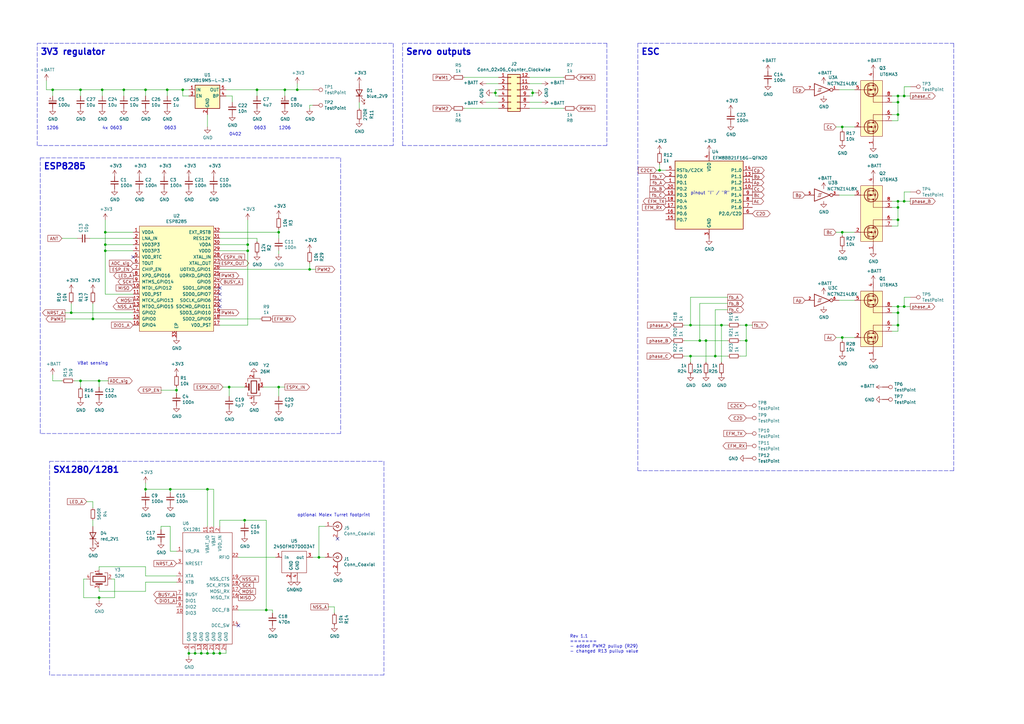
<source format=kicad_sch>
(kicad_sch (version 20211123) (generator eeschema)
  (paper "A3")
  (title_block (title "ELRS ESP8285 2G4 4xPWM + ESC 1S 5A") (date "2022-09-15") (rev "rev 1.1") (company "crteensy"))
  (junction (at 40.64 245.11))
  (junction (at 218.44 38.1))
  (junction (at 368.3 82.55))
  (junction (at 345.44 95.25))
  (junction (at 77.47 267.97))
  (junction (at 345.44 52.07))
  (junction (at 33.02 156.21))
  (junction (at 90.17 267.97))
  (junction (at 295.91 133.35))
  (junction (at 270.51 69.85))
  (junction (at 368.3 85.09))
  (junction (at 43.18 95.25))
  (junction (at 283.21 133.35))
  (junction (at 82.55 267.97))
  (junction (at 101.6 102.87))
  (junction (at 293.37 146.05))
  (junction (at 21.59 36.83))
  (junction (at 114.3 95.25))
  (junction (at 105.41 36.83))
  (junction (at 68.58 36.83))
  (junction (at 370.84 39.37))
  (junction (at 345.44 138.43))
  (junction (at 283.21 146.05))
  (junction (at 72.39 160.02))
  (junction (at 368.3 46.99))
  (junction (at 109.22 250.19))
  (junction (at 289.56 139.7))
  (junction (at 368.3 133.35))
  (junction (at 287.02 139.7))
  (junction (at 101.6 100.33))
  (junction (at 33.02 36.83))
  (junction (at 93.98 158.75))
  (junction (at 368.3 128.27))
  (junction (at 40.64 156.21))
  (junction (at 43.18 100.33))
  (junction (at 368.3 39.37))
  (junction (at 370.84 82.55))
  (junction (at 29.21 128.27))
  (junction (at 127 110.49))
  (junction (at 116.84 36.83))
  (junction (at 85.09 267.97))
  (junction (at 50.8 36.83))
  (junction (at 43.18 102.87))
  (junction (at 85.09 200.66))
  (junction (at 370.84 125.73))
  (junction (at 80.01 267.97))
  (junction (at 100.33 213.36))
  (junction (at 368.3 90.17))
  (junction (at 38.1 130.81))
  (junction (at 121.92 36.83))
  (junction (at 87.63 267.97))
  (junction (at 130.81 228.6))
  (junction (at 306.07 139.7))
  (junction (at 203.2 38.1))
  (junction (at 74.93 36.83))
  (junction (at 306.07 133.35))
  (junction (at 59.69 36.83))
  (junction (at 114.3 158.75))
  (junction (at 368.3 41.91))
  (junction (at 368.3 125.73))
  (junction (at 59.69 200.66))
  (junction (at 41.91 36.83))
  (junction (at 69.85 200.66))
  (no_connect (at 90.17 120.65))
  (no_connect (at 97.79 256.54))
  (no_connect (at 54.61 105.41))
  (no_connect (at 90.17 125.73))
  (no_connect (at 90.17 123.19))
  (no_connect (at 138.43 220.98))
  (no_connect (at 90.17 118.11))
  (wire (pts (xy 21.59 153.67) (xy 21.59 156.21)))
  (wire (pts (xy 368.3 82.55) (xy 368.3 85.09)))
  (wire (pts (xy 97.79 228.6) (xy 113.03 228.6)))
  (wire (pts (xy 21.59 36.83) (xy 19.05 36.83)))
  (polyline (pts (xy 165.1 17.78) (xy 248.92 17.78)))
  (polyline (pts (xy 15.24 17.78) (xy 161.29 17.78)))
  (polyline (pts (xy 20.32 189.23) (xy 157.48 189.23)))
  (wire (pts (xy 137.16 248.92) (xy 137.16 251.46)))
  (wire (pts (xy 368.3 39.37) (xy 368.3 41.91)))
  (wire (pts (xy 218.44 39.37) (xy 217.17 39.37)))
  (wire (pts (xy 92.71 39.37) (xy 95.25 39.37)))
  (wire (pts (xy 365.76 39.37) (xy 368.3 39.37)))
  (wire (pts (xy 298.45 124.46) (xy 287.02 124.46)))
  (wire (pts (xy 368.3 85.09) (xy 368.3 90.17)))
  (wire (pts (xy 203.2 36.83) (xy 203.2 38.1)))
  (wire (pts (xy 90.17 215.9) (xy 90.17 213.36)))
  (wire (pts (xy 59.69 39.37) (xy 59.69 36.83)))
  (wire (pts (xy 116.84 39.37) (xy 116.84 36.83)))
  (wire (pts (xy 345.44 52.07) (xy 345.44 53.34)))
  (wire (pts (xy 303.53 139.7) (xy 306.07 139.7)))
  (wire (pts (xy 130.81 215.9) (xy 133.35 215.9)))
  (wire (pts (xy 368.3 46.99) (xy 368.3 49.53)))
  (polyline (pts (xy 161.29 17.78) (xy 161.29 59.69)))
  (wire (pts (xy 87.63 200.66) (xy 85.09 200.66)))
  (wire (pts (xy 298.45 127) (xy 293.37 127)))
  (wire (pts (xy 43.18 102.87) (xy 43.18 120.65)))
  (polyline (pts (xy 165.1 59.69) (xy 165.1 17.78)))
  (wire (pts (xy 147.32 44.45) (xy 147.32 41.91)))
  (wire (pts (xy 29.21 128.27) (xy 26.67 128.27)))
  (wire (pts (xy 129.54 110.49) (xy 127 110.49)))
  (wire (pts (xy 203.2 39.37) (xy 204.47 39.37)))
  (wire (pts (xy 35.56 237.49) (xy 34.29 237.49)))
  (wire (pts (xy 289.56 148.59) (xy 289.56 139.7)))
  (wire (pts (xy 95.25 39.37) (xy 95.25 41.91)))
  (wire (pts (xy 365.76 46.99) (xy 368.3 46.99)))
  (wire (pts (xy 121.92 36.83) (xy 128.27 36.83)))
  (wire (pts (xy 66.04 215.9) (xy 66.04 217.17)))
  (polyline (pts (xy 139.7 177.8) (xy 16.51 177.8)))
  (wire (pts (xy 368.3 133.35) (xy 368.3 135.89)))
  (wire (pts (xy 127 110.49) (xy 90.17 110.49)))
  (wire (pts (xy 59.69 198.12) (xy 59.69 200.66)))
  (wire (pts (xy 59.69 232.41) (xy 40.64 232.41)))
  (wire (pts (xy 217.17 36.83) (xy 218.44 36.83)))
  (wire (pts (xy 350.52 138.43) (xy 345.44 138.43)))
  (wire (pts (xy 77.47 267.97) (xy 80.01 267.97)))
  (wire (pts (xy 33.02 36.83) (xy 21.59 36.83)))
  (wire (pts (xy 40.64 241.3) (xy 40.64 242.57)))
  (wire (pts (xy 365.76 41.91) (xy 368.3 41.91)))
  (wire (pts (xy 43.18 95.25) (xy 43.18 90.17)))
  (wire (pts (xy 68.58 36.83) (xy 74.93 36.83)))
  (wire (pts (xy 287.02 139.7) (xy 289.56 139.7)))
  (wire (pts (xy 365.76 133.35) (xy 368.3 133.35)))
  (wire (pts (xy 92.71 36.83) (xy 105.41 36.83)))
  (wire (pts (xy 287.02 124.46) (xy 287.02 139.7)))
  (wire (pts (xy 130.81 228.6) (xy 130.81 215.9)))
  (wire (pts (xy 280.67 139.7) (xy 287.02 139.7)))
  (wire (pts (xy 128.27 43.18) (xy 127 43.18)))
  (wire (pts (xy 38.1 130.81) (xy 54.61 130.81)))
  (wire (pts (xy 35.56 205.74) (xy 38.1 205.74)))
  (wire (pts (xy 111.76 250.19) (xy 111.76 251.46)))
  (wire (pts (xy 370.84 121.92) (xy 370.84 125.73)))
  (wire (pts (xy 344.17 36.83) (xy 350.52 36.83)))
  (wire (pts (xy 72.39 236.22) (xy 59.69 236.22)))
  (wire (pts (xy 306.07 133.35) (xy 306.07 139.7)))
  (wire (pts (xy 38.1 124.46) (xy 38.1 130.81)))
  (wire (pts (xy 50.8 39.37) (xy 50.8 36.83)))
  (wire (pts (xy 283.21 121.92) (xy 283.21 133.35)))
  (wire (pts (xy 289.56 139.7) (xy 298.45 139.7)))
  (wire (pts (xy 59.69 238.76) (xy 72.39 238.76)))
  (wire (pts (xy 101.6 133.35) (xy 101.6 102.87)))
  (polyline (pts (xy 391.16 193.04) (xy 261.62 193.04)))
  (wire (pts (xy 90.17 100.33) (xy 101.6 100.33)))
  (wire (pts (xy 92.71 267.97) (xy 92.71 266.7)))
  (wire (pts (xy 342.9 138.43) (xy 345.44 138.43)))
  (wire (pts (xy 68.58 36.83) (xy 59.69 36.83)))
  (wire (pts (xy 283.21 133.35) (xy 295.91 133.35)))
  (wire (pts (xy 365.76 128.27) (xy 368.3 128.27)))
  (wire (pts (xy 365.76 82.55) (xy 368.3 82.55)))
  (wire (pts (xy 127 43.18) (xy 127 44.45)))
  (wire (pts (xy 368.3 135.89) (xy 365.76 135.89)))
  (wire (pts (xy 280.67 133.35) (xy 283.21 133.35)))
  (wire (pts (xy 350.52 95.25) (xy 345.44 95.25)))
  (wire (pts (xy 114.3 162.56) (xy 114.3 158.75)))
  (wire (pts (xy 85.09 215.9) (xy 85.09 200.66)))
  (wire (pts (xy 204.47 36.83) (xy 203.2 36.83)))
  (polyline (pts (xy 391.16 17.78) (xy 391.16 193.04)))
  (wire (pts (xy 87.63 267.97) (xy 90.17 267.97)))
  (wire (pts (xy 368.3 39.37) (xy 370.84 39.37)))
  (wire (pts (xy 218.44 38.1) (xy 219.71 38.1)))
  (wire (pts (xy 46.99 237.49) (xy 46.99 245.11)))
  (wire (pts (xy 231.14 31.75) (xy 217.17 31.75)))
  (wire (pts (xy 72.39 226.06) (xy 69.85 226.06)))
  (polyline (pts (xy 261.62 17.78) (xy 391.16 17.78)))
  (wire (pts (xy 368.3 41.91) (xy 368.3 46.99)))
  (polyline (pts (xy 16.51 64.77) (xy 139.7 64.77)))
  (wire (pts (xy 270.51 69.85) (xy 273.05 69.85)))
  (wire (pts (xy 283.21 148.59) (xy 283.21 146.05)))
  (wire (pts (xy 100.33 214.63) (xy 100.33 213.36)))
  (wire (pts (xy 36.83 97.79) (xy 54.61 97.79)))
  (wire (pts (xy 87.63 215.9) (xy 87.63 200.66)))
  (wire (pts (xy 365.76 125.73) (xy 368.3 125.73)))
  (wire (pts (xy 90.17 267.97) (xy 90.17 266.7)))
  (wire (pts (xy 345.44 95.25) (xy 345.44 96.52)))
  (wire (pts (xy 90.17 213.36) (xy 100.33 213.36)))
  (wire (pts (xy 293.37 127) (xy 293.37 146.05)))
  (wire (pts (xy 87.63 267.97) (xy 87.63 266.7)))
  (wire (pts (xy 368.3 90.17) (xy 368.3 92.71)))
  (wire (pts (xy 199.39 41.91) (xy 204.47 41.91)))
  (wire (pts (xy 370.84 125.73) (xy 373.38 125.73)))
  (wire (pts (xy 101.6 102.87) (xy 101.6 100.33)))
  (wire (pts (xy 368.3 128.27) (xy 368.3 133.35)))
  (wire (pts (xy 59.69 200.66) (xy 59.69 201.93)))
  (polyline (pts (xy 248.92 17.78) (xy 248.92 59.69)))
  (wire (pts (xy 85.09 46.99) (xy 85.09 52.07)))
  (wire (pts (xy 77.47 39.37) (xy 74.93 39.37)))
  (wire (pts (xy 190.5 31.75) (xy 204.47 31.75)))
  (wire (pts (xy 72.39 161.29) (xy 72.39 160.02)))
  (wire (pts (xy 203.2 38.1) (xy 203.2 39.37)))
  (wire (pts (xy 344.17 80.01) (xy 350.52 80.01)))
  (wire (pts (xy 54.61 102.87) (xy 43.18 102.87)))
  (wire (pts (xy 306.07 133.35) (xy 308.61 133.35)))
  (wire (pts (xy 303.53 133.35) (xy 306.07 133.35)))
  (wire (pts (xy 40.64 245.11) (xy 40.64 246.38)))
  (wire (pts (xy 134.62 248.92) (xy 137.16 248.92)))
  (wire (pts (xy 293.37 146.05) (xy 298.45 146.05)))
  (wire (pts (xy 270.51 67.31) (xy 270.51 69.85)))
  (wire (pts (xy 69.85 226.06) (xy 69.85 215.9)))
  (wire (pts (xy 77.47 267.97) (xy 77.47 269.24)))
  (wire (pts (xy 43.18 120.65) (xy 54.61 120.65)))
  (wire (pts (xy 269.24 69.85) (xy 270.51 69.85)))
  (wire (pts (xy 40.64 245.11) (xy 46.99 245.11)))
  (wire (pts (xy 77.47 266.7) (xy 77.47 267.97)))
  (wire (pts (xy 370.84 39.37) (xy 373.38 39.37)))
  (wire (pts (xy 77.47 36.83) (xy 74.93 36.83)))
  (wire (pts (xy 34.29 237.49) (xy 34.29 245.11)))
  (wire (pts (xy 121.92 36.83) (xy 121.92 34.29)))
  (polyline (pts (xy 16.51 177.8) (xy 16.51 64.77)))
  (wire (pts (xy 204.47 44.45) (xy 190.5 44.45)))
  (wire (pts (xy 69.85 200.66) (xy 59.69 200.66)))
  (polyline (pts (xy 15.24 59.69) (xy 15.24 17.78)))
  (wire (pts (xy 368.3 82.55) (xy 370.84 82.55)))
  (wire (pts (xy 69.85 215.9) (xy 66.04 215.9)))
  (wire (pts (xy 40.64 156.21) (xy 40.64 158.75)))
  (wire (pts (xy 93.98 158.75) (xy 100.33 158.75)))
  (wire (pts (xy 21.59 39.37) (xy 21.59 36.83)))
  (wire (pts (xy 370.84 35.56) (xy 370.84 39.37)))
  (polyline (pts (xy 161.29 59.69) (xy 15.24 59.69)))
  (wire (pts (xy 68.58 39.37) (xy 68.58 36.83)))
  (wire (pts (xy 85.09 267.97) (xy 87.63 267.97)))
  (wire (pts (xy 114.3 95.25) (xy 114.3 97.79)))
  (wire (pts (xy 222.25 34.29) (xy 217.17 34.29)))
  (wire (pts (xy 85.09 200.66) (xy 69.85 200.66)))
  (wire (pts (xy 82.55 267.97) (xy 82.55 266.7)))
  (wire (pts (xy 59.69 236.22) (xy 59.69 232.41)))
  (wire (pts (xy 90.17 97.79) (xy 105.41 97.79)))
  (wire (pts (xy 90.17 95.25) (xy 114.3 95.25)))
  (wire (pts (xy 370.84 78.74) (xy 370.84 82.55)))
  (wire (pts (xy 90.17 130.81) (xy 106.68 130.81)))
  (wire (pts (xy 43.18 102.87) (xy 43.18 100.33)))
  (wire (pts (xy 350.52 52.07) (xy 345.44 52.07)))
  (wire (pts (xy 69.85 200.66) (xy 69.85 201.93)))
  (wire (pts (xy 365.76 90.17) (xy 368.3 90.17)))
  (wire (pts (xy 90.17 133.35) (xy 101.6 133.35)))
  (wire (pts (xy 373.38 78.74) (xy 370.84 78.74)))
  (wire (pts (xy 21.59 156.21) (xy 25.4 156.21)))
  (wire (pts (xy 130.81 228.6) (xy 133.35 228.6)))
  (wire (pts (xy 218.44 38.1) (xy 218.44 39.37)))
  (wire (pts (xy 295.91 148.59) (xy 295.91 133.35)))
  (wire (pts (xy 80.01 267.97) (xy 82.55 267.97)))
  (wire (pts (xy 38.1 205.74) (xy 38.1 208.28)))
  (wire (pts (xy 116.84 36.83) (xy 121.92 36.83)))
  (wire (pts (xy 105.41 39.37) (xy 105.41 36.83)))
  (wire (pts (xy 342.9 52.07) (xy 345.44 52.07)))
  (wire (pts (xy 72.39 160.02) (xy 66.04 160.02)))
  (wire (pts (xy 41.91 39.37) (xy 41.91 36.83)))
  (wire (pts (xy 368.3 125.73) (xy 368.3 128.27)))
  (wire (pts (xy 100.33 213.36) (xy 109.22 213.36)))
  (wire (pts (xy 218.44 36.83) (xy 218.44 38.1)))
  (wire (pts (xy 33.02 39.37) (xy 33.02 36.83)))
  (wire (pts (xy 114.3 102.87) (xy 114.3 104.14)))
  (wire (pts (xy 295.91 133.35) (xy 298.45 133.35)))
  (wire (pts (xy 127 107.95) (xy 127 110.49)))
  (wire (pts (xy 80.01 267.97) (xy 80.01 266.7)))
  (wire (pts (xy 33.02 156.21) (xy 33.02 158.75)))
  (polyline (pts (xy 248.92 59.69) (xy 165.1 59.69)))
  (wire (pts (xy 283.21 146.05) (xy 293.37 146.05)))
  (wire (pts (xy 19.05 36.83) (xy 19.05 33.02)))
  (wire (pts (xy 26.67 130.81) (xy 38.1 130.81)))
  (wire (pts (xy 40.64 242.57) (xy 59.69 242.57)))
  (wire (pts (xy 50.8 36.83) (xy 41.91 36.83)))
  (polyline (pts (xy 261.62 17.78) (xy 261.62 193.04)))
  (wire (pts (xy 222.25 41.91) (xy 217.17 41.91)))
  (wire (pts (xy 306.07 146.05) (xy 303.53 146.05)))
  (wire (pts (xy 33.02 156.21) (xy 40.64 156.21)))
  (wire (pts (xy 105.41 97.79) (xy 105.41 99.06)))
  (wire (pts (xy 90.17 102.87) (xy 101.6 102.87)))
  (wire (pts (xy 368.3 49.53) (xy 365.76 49.53)))
  (polyline (pts (xy 157.48 189.23) (xy 157.48 276.86)))
  (wire (pts (xy 54.61 95.25) (xy 43.18 95.25)))
  (wire (pts (xy 43.18 100.33) (xy 43.18 95.25)))
  (wire (pts (xy 105.41 36.83) (xy 116.84 36.83)))
  (wire (pts (xy 38.1 215.9) (xy 38.1 213.36)))
  (wire (pts (xy 40.64 156.21) (xy 44.45 156.21)))
  (wire (pts (xy 93.98 162.56) (xy 93.98 158.75)))
  (wire (pts (xy 85.09 267.97) (xy 85.09 266.7)))
  (wire (pts (xy 101.6 100.33) (xy 101.6 90.17)))
  (wire (pts (xy 109.22 250.19) (xy 111.76 250.19)))
  (wire (pts (xy 114.3 158.75) (xy 116.84 158.75)))
  (wire (pts (xy 306.07 139.7) (xy 306.07 146.05)))
  (wire (pts (xy 25.4 97.79) (xy 31.75 97.79)))
  (wire (pts (xy 82.55 267.97) (xy 85.09 267.97)))
  (wire (pts (xy 373.38 121.92) (xy 370.84 121.92)))
  (wire (pts (xy 368.3 125.73) (xy 370.84 125.73)))
  (wire (pts (xy 368.3 92.71) (xy 365.76 92.71)))
  (polyline (pts (xy 139.7 64.77) (xy 139.7 177.8)))
  (wire (pts (xy 90.17 267.97) (xy 92.71 267.97)))
  (wire (pts (xy 217.17 44.45) (xy 231.14 44.45)))
  (wire (pts (xy 109.22 213.36) (xy 109.22 250.19)))
  (wire (pts (xy 114.3 95.25) (xy 114.3 93.98)))
  (wire (pts (xy 345.44 138.43) (xy 345.44 139.7)))
  (wire (pts (xy 72.39 160.02) (xy 72.39 158.75)))
  (wire (pts (xy 97.79 250.19) (xy 109.22 250.19)))
  (wire (pts (xy 74.93 39.37) (xy 74.93 36.83)))
  (wire (pts (xy 128.27 228.6) (xy 130.81 228.6)))
  (wire (pts (xy 107.95 158.75) (xy 114.3 158.75)))
  (wire (pts (xy 45.72 237.49) (xy 46.99 237.49)))
  (wire (pts (xy 91.44 158.75) (xy 93.98 158.75)))
  (wire (pts (xy 370.84 82.55) (xy 373.38 82.55)))
  (polyline (pts (xy 157.48 276.86) (xy 20.32 276.86)))
  (wire (pts (xy 34.29 245.11) (xy 40.64 245.11)))
  (wire (pts (xy 298.45 121.92) (xy 283.21 121.92)))
  (wire (pts (xy 203.2 38.1) (xy 201.93 38.1)))
  (wire (pts (xy 280.67 146.05) (xy 283.21 146.05)))
  (wire (pts (xy 59.69 36.83) (xy 50.8 36.83)))
  (wire (pts (xy 342.9 95.25) (xy 345.44 95.25)))
  (wire (pts (xy 54.61 100.33) (xy 43.18 100.33)))
  (wire (pts (xy 59.69 242.57) (xy 59.69 238.76)))
  (polyline (pts (xy 20.32 276.86) (xy 20.32 189.23)))
  (wire (pts (xy 40.64 232.41) (xy 40.64 233.68)))
  (wire (pts (xy 29.21 128.27) (xy 54.61 128.27)))
  (wire (pts (xy 41.91 36.83) (xy 33.02 36.83)))
  (wire (pts (xy 365.76 85.09) (xy 368.3 85.09)))
  (wire (pts (xy 29.21 124.46) (xy 29.21 128.27)))
  (wire (pts (xy 373.38 35.56) (xy 370.84 35.56)))
  (wire (pts (xy 30.48 156.21) (xy 33.02 156.21)))
  (wire (pts (xy 199.39 34.29) (xy 204.47 34.29)))
  (wire (pts (xy 344.17 123.19) (xy 350.52 123.19)))
  (text "Rev 1.1\n=======\n- added PWM2 pullup (R29)\n- changed R13 pullup value" (at 233.68 267.97 0) (effects (font (size 1.27 1.27)) (justify left bottom)))
  (text "optional Molex Turret footprint" (at 121.92 212.09 0) (effects (font (size 1.27 1.27)) (justify left bottom)))
  (text "1206" (at 114.3 53.34 0) (effects (font (size 1.27 1.27)) (justify left bottom)))
  (text "3V3 regulator" (at 16.51 22.86 0) (effects (font (size 2.54 2.54) (thickness 0.508) bold) (justify left bottom)))
  (text "ESP8285" (at 17.78 69.85 0) (effects (font (size 2.54 2.54) (thickness 0.508) bold) (justify left bottom)))
  (text "1206" (at 19.05 53.34 0) (effects (font (size 1.27 1.27)) (justify left bottom)))
  (text "0603" (at 104.14 53.34 0) (effects (font (size 1.27 1.27)) (justify left bottom)))
  (text "pinout \"I\" / \"R\"" (at 283.21 80.01 0) (effects (font (size 1.27 1.27)) (justify left bottom)))
  (text "0603" (at 67.31 53.34 0) (effects (font (size 1.27 1.27)) (justify left bottom)))
  (text "SX1280/1281" (at 21.59 194.31 0) (effects (font (size 2.54 2.54) (thickness 0.508) bold) (justify left bottom)))
  (text "0402" (at 93.98 55.88 0) (effects (font (size 1.27 1.27)) (justify left bottom)))
  (text "VBat sensing" (at 31.75 149.86 0) (effects (font (size 1.27 1.27)) (justify left bottom)))
  (text "ESC" (at 262.89 22.86 0) (effects (font (size 2.54 2.54) (thickness 0.508) bold) (justify left bottom)))
  (text "4x 0603" (at 41.91 53.34 0) (effects (font (size 1.27 1.27)) (justify left bottom)))
  (text "Servo outputs" (at 166.37 22.86 0) (effects (font (size 2.54 2.54) (thickness 0.508) bold) (justify left bottom)))
  (global_label "EFM_RX" (shape output) (at 111.76 130.81 0) (property "Intersheet References" "${INTERSHEET_REFS}" (effects hide)))
  (global_label "DIO1_A" (shape output) (at 72.39 246.38 180) (property "Intersheet References" "${INTERSHEET_REFS}" (effects hide)))
  (global_label "PWM1" (shape input) (at 185.42 31.75 180) (property "Intersheet References" "${INTERSHEET_REFS}" (effects hide)))
  (global_label "PWM1" (shape output) (at 26.67 130.81 180) (property "Intersheet References" "${INTERSHEET_REFS}" (effects hide)))
  (global_label "Cc" (shape input) (at 342.9 52.07 180) (property "Intersheet References" "${INTERSHEET_REFS}" (effects hide)))
  (global_label "Cc" (shape output) (at 308.61 77.47 0) (property "Intersheet References" "${INTERSHEET_REFS}" (effects hide)))
  (global_label "phase_C" (shape output) (at 373.38 39.37 0) (property "Intersheet References" "${INTERSHEET_REFS}" (effects hide)))
  (global_label "phase_C" (shape input) (at 275.59 146.05 180) (property "Intersheet References" "${INTERSHEET_REFS}" (effects hide)))
  (global_label "ANT" (shape input) (at 25.4 97.79 180) (property "Intersheet References" "${INTERSHEET_REFS}" (effects hide)))
  (global_label "ESPX_OUT" (shape output) (at 90.17 107.95 0) (property "Intersheet References" "${INTERSHEET_REFS}" (effects hide)))
  (global_label "C2CK" (shape input) (at 269.24 69.85 180) (property "Intersheet References" "${INTERSHEET_REFS}" (effects hide)))
  (global_label "ESP_EN" (shape input) (at 54.61 110.49 180) (property "Intersheet References" "${INTERSHEET_REFS}" (effects hide)))
  (global_label "PWM4" (shape input) (at 236.22 44.45 0) (property "Intersheet References" "${INTERSHEET_REFS}" (effects hide)))
  (global_label "DIO1_A" (shape input) (at 54.61 133.35 180) (property "Intersheet References" "${INTERSHEET_REFS}" (effects hide)))
  (global_label "fb_Y" (shape output) (at 308.61 133.35 0) (property "Intersheet References" "${INTERSHEET_REFS}" (effects hide)))
  (global_label "C2CK" (shape input) (at 306.07 166.37 180) (property "Intersheet References" "${INTERSHEET_REFS}" (effects hide)))
  (global_label "MOSI" (shape output) (at 54.61 123.19 180) (property "Intersheet References" "${INTERSHEET_REFS}" (effects hide)))
  (global_label "MOSI" (shape input) (at 97.79 242.57 0) (property "Intersheet References" "${INTERSHEET_REFS}" (effects hide)))
  (global_label "phase_B" (shape output) (at 373.38 82.55 0) (property "Intersheet References" "${INTERSHEET_REFS}" (effects hide)))
  (global_label "Bp" (shape input) (at 330.2 80.01 180) (property "Intersheet References" "${INTERSHEET_REFS}" (effects hide)))
  (global_label "phase_A" (shape output) (at 373.38 125.73 0) (property "Intersheet References" "${INTERSHEET_REFS}" (effects hide)))
  (global_label "NSS_A" (shape input) (at 97.79 237.49 0) (property "Intersheet References" "${INTERSHEET_REFS}" (effects hide)))
  (global_label "Ap" (shape input) (at 330.2 123.19 180) (property "Intersheet References" "${INTERSHEET_REFS}" (effects hide)))
  (global_label "Bc" (shape output) (at 308.61 80.01 0) (property "Intersheet References" "${INTERSHEET_REFS}" (effects hide)))
  (global_label "ESPX_IN" (shape output) (at 116.84 158.75 0) (property "Intersheet References" "${INTERSHEET_REFS}" (effects hide)))
  (global_label "fb_B" (shape input) (at 273.05 77.47 180) (property "Intersheet References" "${INTERSHEET_REFS}" (effects hide)))
  (global_label "EFM_TX" (shape input) (at 306.07 177.8 180) (property "Intersheet References" "${INTERSHEET_REFS}" (effects hide)))
  (global_label "ESPX_OUT" (shape input) (at 91.44 158.75 180) (property "Intersheet References" "${INTERSHEET_REFS}" (effects hide)))
  (global_label "Ac" (shape input) (at 342.9 138.43 180) (property "Intersheet References" "${INTERSHEET_REFS}" (effects hide)))
  (global_label "NRST_A" (shape output) (at 26.67 128.27 180) (property "Intersheet References" "${INTERSHEET_REFS}" (effects hide)))
  (global_label "BUSY_A" (shape input) (at 90.17 115.57 0) (property "Intersheet References" "${INTERSHEET_REFS}" (effects hide)))
  (global_label "EFM_RX" (shape input) (at 273.05 85.09 180) (property "Intersheet References" "${INTERSHEET_REFS}" (effects hide)))
  (global_label "LED_A" (shape input) (at 35.56 205.74 180) (property "Intersheet References" "${INTERSHEET_REFS}" (effects hide)))
  (global_label "PWM4" (shape output) (at 90.17 128.27 0) (property "Intersheet References" "${INTERSHEET_REFS}" (effects hide)))
  (global_label "fb_C" (shape output) (at 298.45 127 0) (property "Intersheet References" "${INTERSHEET_REFS}" (effects hide)))
  (global_label "PWM2" (shape output) (at 129.54 110.49 0) (property "Intersheet References" "${INTERSHEET_REFS}" (effects hide)))
  (global_label "fb_B" (shape output) (at 298.45 124.46 0) (property "Intersheet References" "${INTERSHEET_REFS}" (effects hide)))
  (global_label "PWM2" (shape input) (at 185.42 44.45 180) (property "Intersheet References" "${INTERSHEET_REFS}" (effects hide)))
  (global_label "C2D" (shape bidirectional) (at 306.07 171.45 180) (property "Intersheet References" "${INTERSHEET_REFS}" (effects hide)))
  (global_label "phase_B" (shape input) (at 275.59 139.7 180) (property "Intersheet References" "${INTERSHEET_REFS}" (effects hide)))
  (global_label "EFM_RX" (shape output) (at 306.07 182.88 180) (property "Intersheet References" "${INTERSHEET_REFS}" (effects hide)))
  (global_label "PWM3" (shape output) (at 90.17 113.03 0) (property "Intersheet References" "${INTERSHEET_REFS}" (effects hide)))
  (global_label "NSS_A" (shape passive) (at 134.62 248.92 180) (property "Intersheet References" "${INTERSHEET_REFS}" (effects hide)))
  (global_label "Bp" (shape output) (at 308.61 72.39 0) (property "Intersheet References" "${INTERSHEET_REFS}" (effects hide)))
  (global_label "NRST_A" (shape input) (at 72.39 231.14 180) (property "Intersheet References" "${INTERSHEET_REFS}" (effects hide)))
  (global_label "NSS_A" (shape output) (at 54.61 125.73 180) (property "Intersheet References" "${INTERSHEET_REFS}" (effects hide)))
  (global_label "MISO" (shape input) (at 54.61 118.11 180) (property "Intersheet References" "${INTERSHEET_REFS}" (effects hide)))
  (global_label "Ap" (shape output) (at 308.61 74.93 0) (property "Intersheet References" "${INTERSHEET_REFS}" (effects hide)))
  (global_label "fb_A" (shape input) (at 273.05 74.93 180) (property "Intersheet References" "${INTERSHEET_REFS}" (effects hide)))
  (global_label "SCK" (shape output) (at 54.61 115.57 180) (property "Intersheet References" "${INTERSHEET_REFS}" (effects hide)))
  (global_label "Ac" (shape output) (at 308.61 82.55 0) (property "Intersheet References" "${INTERSHEET_REFS}" (effects hide)))
  (global_label "SCK" (shape input) (at 97.79 240.03 0) (property "Intersheet References" "${INTERSHEET_REFS}" (effects hide)))
  (global_label "ESP_EN" (shape output) (at 66.04 160.02 180) (property "Intersheet References" "${INTERSHEET_REFS}" (effects hide)))
  (global_label "BUSY_A" (shape output) (at 72.39 243.84 180) (property "Intersheet References" "${INTERSHEET_REFS}" (effects hide)))
  (global_label "ESPX_IN" (shape input) (at 90.17 105.41 0) (property "Intersheet References" "${INTERSHEET_REFS}" (effects hide)))
  (global_label "C2D" (shape bidirectional) (at 308.61 87.63 0) (property "Intersheet References" "${INTERSHEET_REFS}" (effects hide)))
  (global_label "LED_A" (shape output) (at 54.61 113.03 180) (property "Intersheet References" "${INTERSHEET_REFS}" (effects hide)))
  (global_label "fb_Y" (shape input) (at 273.05 72.39 180) (property "Intersheet References" "${INTERSHEET_REFS}" (effects hide)))
  (global_label "EFM_TX" (shape output) (at 273.05 82.55 180) (property "Intersheet References" "${INTERSHEET_REFS}" (effects hide)))
  (global_label "ADC_sig" (shape output) (at 44.45 156.21 0) (property "Intersheet References" "${INTERSHEET_REFS}" (effects hide)))
  (global_label "phase_A" (shape input) (at 275.59 133.35 180) (property "Intersheet References" "${INTERSHEET_REFS}" (effects hide)))
  (global_label "ADC_sig" (shape input) (at 54.61 107.95 180) (property "Intersheet References" "${INTERSHEET_REFS}" (effects hide)))
  (global_label "Bc" (shape input) (at 342.9 95.25 180) (property "Intersheet References" "${INTERSHEET_REFS}" (effects hide)))
  (global_label "MISO" (shape output) (at 97.79 245.11 0) (property "Intersheet References" "${INTERSHEET_REFS}" (effects hide)))
  (global_label "PWM3" (shape input) (at 236.22 31.75 0) (property "Intersheet References" "${INTERSHEET_REFS}" (effects hide)))
  (global_label "fb_A" (shape output) (at 298.45 121.92 0) (property "Intersheet References" "${INTERSHEET_REFS}" (effects hide)))
  (global_label "Cp" (shape input) (at 330.2 36.83 180) (property "Intersheet References" "${INTERSHEET_REFS}" (effects hide)))
  (global_label "fb_C" (shape input) (at 273.05 80.01 180) (property "Intersheet References" "${INTERSHEET_REFS}" (effects hide)))
  (global_label "Cp" (shape output) (at 308.61 69.85 0) (property "Intersheet References" "${INTERSHEET_REFS}" (effects hide)))
  (symbol (lib_id "power:+3V3") (at 46.99 72.39 0) (unit 1)
    (property "Reference" "#PWR0102" (effects hide))
    (property "Value" "+3V3" (at 47.371 67.9958 0))
  )
  (symbol (lib_id "power:+3V3") (at 121.92 34.29 0) (unit 1)
    (property "Reference" "#PWR0105" (effects hide))
    (property "Value" "+3V3" (at 122.301 29.8958 0))
  )
  (symbol (lib_id "Device:C_Small") (at 46.99 74.93 0) (unit 1)
    (property "Reference" "C1" (at 49.3268 73.7616 0) (effects (justify left)))
    (property "Value" "100n" (at 49.3268 76.073 0) (effects (justify left)))
    (property "Footprint" "Capacitor_SMD:C_0402_1005Metric" (effects hide))
  )
  (symbol (lib_id "Device:C_Small") (at 57.15 74.93 0) (unit 1)
    (property "Reference" "C2" (at 59.4868 73.7616 0) (effects (justify left)))
    (property "Value" "100n" (at 59.4868 76.073 0) (effects (justify left)))
    (property "Footprint" "Capacitor_SMD:C_0402_1005Metric" (effects hide))
  )
  (symbol (lib_id "Device:C_Small") (at 67.31 74.93 0) (unit 1)
    (property "Reference" "C3" (at 69.6468 73.7616 0) (effects (justify left)))
    (property "Value" "100n" (at 69.6468 76.073 0) (effects (justify left)))
    (property "Footprint" "Capacitor_SMD:C_0402_1005Metric" (effects hide))
  )
  (symbol (lib_id "power:+3V3") (at 57.15 72.39 0) (unit 1)
    (property "Reference" "#PWR0108" (effects hide))
    (property "Value" "+3V3" (at 57.531 67.9958 0))
  )
  (symbol (lib_id "power:+3V3") (at 67.31 72.39 0) (unit 1)
    (property "Reference" "#PWR0109" (effects hide))
    (property "Value" "+3V3" (at 67.691 67.9958 0))
  )
  (symbol (lib_id "power:GND") (at 46.99 77.47 0) (unit 1)
    (property "Reference" "#PWR0110" (effects hide))
    (property "Value" "GND" (at 47.117 81.8642 0))
  )
  (symbol (lib_id "power:GND") (at 57.15 77.47 0) (unit 1)
    (property "Reference" "#PWR0111" (effects hide))
    (property "Value" "GND" (at 57.277 81.8642 0))
  )
  (symbol (lib_id "power:GND") (at 67.31 77.47 0) (unit 1)
    (property "Reference" "#PWR0112" (effects hide))
    (property "Value" "GND" (at 67.437 81.8642 0))
  )
  (symbol (lib_id "power:GND") (at 85.09 52.07 0) (unit 1)
    (property "Reference" "#PWR0113" (effects hide))
    (property "Value" "GND" (at 85.217 56.4642 0))
  )
  (symbol (lib_id "symbols:SX1280") (at 85.09 241.3 0) (unit 1)
    (property "Reference" "U6" (at 76.2 214.63 0))
    (property "Value" "SX1281" (at 78.74 217.17 0))
    (property "Footprint" "ELRS_ESP8285_dual:QFN-24-1EP_4x4mm_P0.5mm_EP2.6x2.6mm_SX1280_dense" (effects hide))
  )
  (symbol (lib_id "Connector:Conn_Coaxial") (at 138.43 228.6 0) (unit 1)
    (property "Reference" "J1" (at 140.97 229.235 0) (effects (justify left)))
    (property "Value" "Conn_Coaxial" (at 140.97 231.5464 0) (effects (justify left)))
    (property "Footprint" "ELRS_ESP8285_dual:U.FL_Molex_MCRF_73412-0110_Vertical_dense" (effects hide))
    (property "Datasheet" " ~" (effects hide))
  )
  (symbol (lib_id "symbols:2450FM07D0034T") (at 120.65 231.14 0) (unit 1)
    (property "Reference" "U5" (at 120.65 221.869 0))
    (property "Value" "2450FM07D0034T" (at 120.65 224.1804 0))
    (property "Footprint" "ELRS_ESP8285_dual:2450FM07D0034T" (effects hide))
  )
  (symbol (lib_id "Device:Crystal_GND24") (at 40.64 237.49 270) (unit 1)
    (property "Reference" "Y3" (at 46.99 233.68 90) (effects (justify left)))
    (property "Value" "52M" (at 46.99 236.22 90) (effects (justify left)))
    (property "Footprint" "Crystal:Crystal_SMD_2016-4Pin_2.0x1.6mm" (effects hide))
  )
  (symbol (lib_id "power:GND") (at 138.43 233.68 0) (unit 1)
    (property "Reference" "#PWR0103" (effects hide))
    (property "Value" "GND" (at 138.557 238.0742 0))
  )
  (symbol (lib_id "Device:C_Small") (at 66.04 219.71 0) (mirror y) (unit 1)
    (property "Reference" "C17" (at 63.7032 218.5416 0) (effects (justify left)))
    (property "Value" "10n" (at 63.7032 220.853 0) (effects (justify left)))
    (property "Footprint" "Capacitor_SMD:C_0402_1005Metric" (effects hide))
  )
  (symbol (lib_id "Device:C_Small") (at 111.76 254 0) (unit 1)
    (property "Reference" "C18" (at 114.0968 252.8316 0) (effects (justify left)))
    (property "Value" "470n" (at 114.0968 255.143 0) (effects (justify left)))
    (property "Footprint" "Capacitor_SMD:C_0402_1005Metric" (effects hide))
  )
  (symbol (lib_id "Device:C_Small") (at 59.69 204.47 0) (unit 1)
    (property "Reference" "C9" (at 62.0268 203.3016 0) (effects (justify left)))
    (property "Value" "100n" (at 62.0268 205.613 0) (effects (justify left)))
    (property "Footprint" "Capacitor_SMD:C_0402_1005Metric" (effects hide))
  )
  (symbol (lib_id "power:GND") (at 40.64 246.38 0) (unit 1)
    (property "Reference" "#PWR0104" (effects hide))
    (property "Value" "GND" (at 40.767 250.7742 0))
  )
  (symbol (lib_id "power:GND") (at 77.47 269.24 0) (unit 1)
    (property "Reference" "#PWR0106" (effects hide))
    (property "Value" "GND" (at 77.597 273.6342 0))
  )
  (symbol (lib_id "power:GND") (at 66.04 222.25 0) (unit 1)
    (property "Reference" "#PWR0107" (effects hide))
    (property "Value" "GND" (at 66.167 226.6442 0))
  )
  (symbol (lib_id "power:GND") (at 111.76 256.54 0) (unit 1)
    (property "Reference" "#PWR0114" (effects hide))
    (property "Value" "GND" (at 111.887 260.9342 0))
  )
  (symbol (lib_id "Device:C_Small") (at 100.33 217.17 0) (unit 1)
    (property "Reference" "C16" (at 102.6668 216.0016 0) (effects (justify left)))
    (property "Value" "10n" (at 102.6668 218.313 0) (effects (justify left)))
    (property "Footprint" "Capacitor_SMD:C_0402_1005Metric" (effects hide))
  )
  (symbol (lib_id "power:GND") (at 100.33 219.71 0) (unit 1)
    (property "Reference" "#PWR0115" (effects hide))
    (property "Value" "GND" (at 100.457 224.1042 0))
  )
  (symbol (lib_id "Device:C_Small") (at 69.85 204.47 0) (unit 1)
    (property "Reference" "C15" (at 72.1868 203.3016 0) (effects (justify left)))
    (property "Value" "100n" (at 72.1868 205.613 0) (effects (justify left)))
    (property "Footprint" "Capacitor_SMD:C_0402_1005Metric" (effects hide))
  )
  (symbol (lib_id "power:GND") (at 69.85 207.01 0) (unit 1)
    (property "Reference" "#PWR0116" (effects hide))
    (property "Value" "GND" (at 69.977 211.4042 0))
  )
  (symbol (lib_id "power:GND") (at 59.69 207.01 0) (unit 1)
    (property "Reference" "#PWR0117" (effects hide))
    (property "Value" "GND" (at 59.817 211.4042 0))
  )
  (symbol (lib_id "power:GND") (at 121.92 237.49 0) (unit 1)
    (property "Reference" "#PWR0118" (effects hide))
    (property "Value" "GND" (at 122.047 241.8842 0))
  )
  (symbol (lib_id "power:GND") (at 119.38 237.49 0) (unit 1)
    (property "Reference" "#PWR0119" (effects hide))
    (property "Value" "GND" (at 119.507 241.8842 0))
  )
  (symbol (lib_id "power:+3V3") (at 59.69 198.12 0) (unit 1)
    (property "Reference" "#PWR0120" (effects hide))
    (property "Value" "+3V3" (at 60.071 193.7258 0))
  )
  (symbol (lib_id "symbols:ESP8285") (at 72.39 114.3 0) (unit 1)
    (property "Reference" "U2" (at 72.39 88.519 0))
    (property "Value" "ESP8285" (at 72.39 90.8304 0))
    (property "Footprint" "ELRS_ESP8285_PWM5:QFN-32-1EP_5x5mm_P0.5mm_EP3.7x3.7mm_dense" (effects hide))
  )
  (symbol (lib_id "power:+3V3") (at 101.6 90.17 0) (unit 1)
    (property "Reference" "#PWR0121" (effects hide))
    (property "Value" "+3V3" (at 101.981 85.7758 0))
  )
  (symbol (lib_id "power:+3V3") (at 43.18 90.17 0) (unit 1)
    (property "Reference" "#PWR0123" (effects hide))
    (property "Value" "+3V3" (at 43.561 85.7758 0))
  )
  (symbol (lib_id "ELRS_Rx_4PWM_ESC_1S-rescue:CP_Small-Device") (at 21.59 41.91 0) (unit 1)
    (property "Reference" "C5" (at 23.8252 40.7416 0) (effects (justify left)))
    (property "Value" "100u" (at 23.8252 43.053 0) (effects (justify left)))
    (property "Footprint" "Capacitor_Tantalum_SMD:CP_EIA-3216-18_Kemet-A" (effects hide))
  )
  (symbol (lib_id "ELRS_Rx_4PWM_ESC_1S-rescue:CP_Small-Device") (at 116.84 41.91 0) (unit 1)
    (property "Reference" "C8" (at 119.0752 40.7416 0) (effects (justify left)))
    (property "Value" "100u" (at 119.0752 43.053 0) (effects (justify left)))
    (property "Footprint" "Capacitor_Tantalum_SMD:CP_EIA-3216-18_Kemet-A" (effects hide))
  )
  (symbol (lib_id "Device:C_Small") (at 68.58 41.91 0) (unit 1)
    (property "Reference" "C6" (at 70.9168 40.7416 0) (effects (justify left)))
    (property "Value" "1u" (at 70.9168 43.053 0) (effects (justify left)))
    (property "Footprint" "Capacitor_SMD:C_0603_1608Metric" (effects hide))
  )
  (symbol (lib_id "Device:C_Small") (at 105.41 41.91 0) (unit 1)
    (property "Reference" "C7" (at 107.7468 40.7416 0) (effects (justify left)))
    (property "Value" "4u7" (at 107.7468 43.053 0) (effects (justify left)))
    (property "Footprint" "Capacitor_SMD:C_0603_1608Metric" (effects hide))
  )
  (symbol (lib_id "power:GND") (at 21.59 44.45 0) (unit 1)
    (property "Reference" "#PWR0129" (effects hide))
    (property "Value" "GND" (at 21.717 48.8442 0))
  )
  (symbol (lib_id "power:GND") (at 68.58 44.45 0) (unit 1)
    (property "Reference" "#PWR0130" (effects hide))
    (property "Value" "GND" (at 68.707 48.8442 0))
  )
  (symbol (lib_id "power:GND") (at 105.41 44.45 0) (unit 1)
    (property "Reference" "#PWR0131" (effects hide))
    (property "Value" "GND" (at 105.537 48.8442 0))
  )
  (symbol (lib_id "power:GND") (at 116.84 44.45 0) (unit 1)
    (property "Reference" "#PWR0132" (effects hide))
    (property "Value" "GND" (at 116.967 48.8442 0))
  )
  (symbol (lib_id "Device:R_Small") (at 72.39 156.21 180) (unit 1)
    (property "Reference" "R1" (at 73.8886 155.0416 0) (effects (justify right)))
    (property "Value" "10k" (at 73.8886 157.353 0) (effects (justify right)))
    (property "Footprint" "Resistor_SMD:R_0402_1005Metric" (effects hide))
  )
  (symbol (lib_id "Device:C_Small") (at 72.39 163.83 0) (unit 1)
    (property "Reference" "C4" (at 74.7268 162.6616 0) (effects (justify left)))
    (property "Value" "100n" (at 74.7268 164.973 0) (effects (justify left)))
    (property "Footprint" "Capacitor_SMD:C_0402_1005Metric" (effects hide))
  )
  (symbol (lib_id "Device:Crystal_GND24") (at 104.14 158.75 0) (unit 1)
    (property "Reference" "Y2" (at 107.95 149.86 0) (effects (justify left)))
    (property "Value" "26M" (at 106.68 152.4 0) (effects (justify left)))
    (property "Footprint" "Crystal:Crystal_SMD_2016-4Pin_2.0x1.6mm" (effects hide))
  )
  (symbol (lib_id "power:GND") (at 72.39 138.43 0) (unit 1)
    (property "Reference" "#PWR0124" (effects hide))
    (property "Value" "GND" (at 72.517 142.8242 0))
  )
  (symbol (lib_id "power:GND") (at 104.14 163.83 0) (unit 1)
    (property "Reference" "#PWR0136" (effects hide))
    (property "Value" "GND" (at 104.267 168.2242 0))
  )
  (symbol (lib_id "power:GND") (at 104.14 153.67 180) (unit 1)
    (property "Reference" "#PWR0137" (effects hide))
    (property "Value" "GND" (at 104.013 149.2758 0))
  )
  (symbol (lib_id "Device:C_Small") (at 114.3 165.1 0) (unit 1)
    (property "Reference" "C20" (at 116.6368 163.9316 0) (effects (justify left)))
    (property "Value" "4p7" (at 116.6368 166.243 0) (effects (justify left)))
    (property "Footprint" "Capacitor_SMD:C_0402_1005Metric" (effects hide))
  )
  (symbol (lib_id "Device:C_Small") (at 93.98 165.1 0) (unit 1)
    (property "Reference" "C19" (at 96.3168 163.9316 0) (effects (justify left)))
    (property "Value" "4p7" (at 96.3168 166.243 0) (effects (justify left)))
    (property "Footprint" "Capacitor_SMD:C_0402_1005Metric" (effects hide))
  )
  (symbol (lib_id "power:GND") (at 93.98 167.64 0) (unit 1)
    (property "Reference" "#PWR0145" (effects hide))
    (property "Value" "GND" (at 94.107 172.0342 0))
  )
  (symbol (lib_id "power:GND") (at 114.3 167.64 0) (unit 1)
    (property "Reference" "#PWR0146" (effects hide))
    (property "Value" "GND" (at 114.427 172.0342 0))
  )
  (symbol (lib_id "Device:LED") (at 147.32 38.1 90) (unit 1)
    (property "Reference" "D1" (at 150.3172 37.1094 90) (effects (justify right)))
    (property "Value" "blue_2V9" (at 150.3172 39.4208 90) (effects (justify right)))
    (property "Footprint" "LED_SMD:LED_0402_1005Metric" (effects hide))
  )
  (symbol (lib_id "power:+3V3") (at 147.32 34.29 0) (unit 1)
    (property "Reference" "#PWR0140" (effects hide))
    (property "Value" "+3V3" (at 147.701 29.8958 0))
  )
  (symbol (lib_id "Device:R_Small") (at 147.32 46.99 0) (unit 1)
    (property "Reference" "R11" (at 152.4 46.99 90))
    (property "Value" "270R" (at 149.86 46.99 90))
    (property "Footprint" "Resistor_SMD:R_0402_1005Metric" (effects hide))
  )
  (symbol (lib_id "power:GND") (at 147.32 49.53 0) (unit 1)
    (property "Reference" "#PWR0141" (effects hide))
    (property "Value" "GND" (at 147.447 53.9242 0))
  )
  (symbol (lib_id "Device:LED") (at 38.1 219.71 90) (unit 1)
    (property "Reference" "D4" (at 41.0972 218.7194 90) (effects (justify right)))
    (property "Value" "red_2V1" (at 41.0972 221.0308 90) (effects (justify right)))
    (property "Footprint" "LED_SMD:LED_0402_1005Metric" (effects hide))
  )
  (symbol (lib_id "Device:R_Small") (at 38.1 210.82 0) (unit 1)
    (property "Reference" "R4" (at 43.18 210.82 90))
    (property "Value" "560R" (at 40.64 210.82 90))
    (property "Footprint" "Resistor_SMD:R_0402_1005Metric" (effects hide))
  )
  (symbol (lib_id "Device:C_Small") (at 77.47 74.93 0) (unit 1)
    (property "Reference" "C21" (at 79.8068 73.7616 0) (effects (justify left)))
    (property "Value" "100n" (at 79.8068 76.073 0) (effects (justify left)))
    (property "Footprint" "Capacitor_SMD:C_0402_1005Metric" (effects hide))
  )
  (symbol (lib_id "power:+3V3") (at 77.47 72.39 0) (unit 1)
    (property "Reference" "#PWR0151" (effects hide))
    (property "Value" "+3V3" (at 77.851 67.9958 0))
  )
  (symbol (lib_id "power:GND") (at 77.47 77.47 0) (unit 1)
    (property "Reference" "#PWR0152" (effects hide))
    (property "Value" "GND" (at 77.597 81.8642 0))
  )
  (symbol (lib_id "power:GND") (at 72.39 166.37 0) (unit 1)
    (property "Reference" "#PWR0153" (effects hide))
    (property "Value" "GND" (at 72.517 170.7642 0))
  )
  (symbol (lib_id "power:+3V3") (at 72.39 153.67 0) (unit 1)
    (property "Reference" "#PWR0154" (effects hide))
    (property "Value" "+3V3" (at 72.771 149.2758 0))
  )
  (symbol (lib_id "power:GND") (at 201.93 38.1 270) (unit 1)
    (property "Reference" "#PWR04" (effects hide))
    (property "Value" "GND" (at 197.5358 38.227 0))
  )
  (symbol (lib_id "Device:R_Small") (at 187.96 31.75 270) (unit 1)
    (property "Reference" "R5" (at 187.96 26.7716 90))
    (property "Value" "1k" (at 187.96 29.083 90))
    (property "Footprint" "Resistor_SMD:R_0402_1005Metric" (effects hide))
  )
  (symbol (lib_id "Device:R_Small") (at 187.96 44.45 270) (mirror x) (unit 1)
    (property "Reference" "R6" (at 187.96 49.4284 90))
    (property "Value" "1k" (at 187.96 47.117 90))
    (property "Footprint" "Resistor_SMD:R_0402_1005Metric" (effects hide))
  )
  (symbol (lib_id "Device:R_Small") (at 233.68 31.75 90) (mirror x) (unit 1)
    (property "Reference" "R7" (at 233.68 26.7716 90))
    (property "Value" "1k" (at 233.68 29.083 90))
    (property "Footprint" "Resistor_SMD:R_0402_1005Metric" (effects hide))
  )
  (symbol (lib_id "Device:R_Small") (at 233.68 44.45 90) (unit 1)
    (property "Reference" "R8" (at 233.68 49.4284 90))
    (property "Value" "1k" (at 233.68 47.117 90))
    (property "Footprint" "Resistor_SMD:R_0402_1005Metric" (effects hide))
  )
  (symbol (lib_id "Device:R_Small") (at 105.41 101.6 180) (unit 1)
    (property "Reference" "R2" (at 110.3884 101.6 90))
    (property "Value" "12k" (at 108.077 101.6 90))
    (property "Footprint" "Resistor_SMD:R_0402_1005Metric" (effects hide))
  )
  (symbol (lib_id "power:GND") (at 105.41 104.14 0) (unit 1)
    (property "Reference" "#PWR01" (effects hide))
    (property "Value" "GND" (at 105.537 108.5342 0))
  )
  (symbol (lib_id "Regulator_Linear:SPX3819M5-L-3-3") (at 85.09 39.37 0) (unit 1)
    (property "Reference" "U1" (at 85.09 30.6832 0))
    (property "Value" "SPX3819M5-L-3-3" (at 85.09 32.9946 0))
    (property "Footprint" "Package_TO_SOT_SMD:SOT-23-5" (effects hide))
    (property "Datasheet" "https://www.exar.com/content/document.ashx?id=22106&languageid=1033&type=Datasheet&partnumber=SPX3819&filename=SPX3819.pdf&part=SPX3819" (effects hide))
  )
  (symbol (lib_id "Device:C_Small") (at 40.64 161.29 0) (unit 1)
    (property "Reference" "C12" (at 42.9768 160.1216 0) (effects (justify left)))
    (property "Value" "100n" (at 42.9768 162.433 0) (effects (justify left)))
    (property "Footprint" "Capacitor_SMD:C_0402_1005Metric" (effects hide))
  )
  (symbol (lib_id "Device:R_Small") (at 33.02 161.29 180) (unit 1)
    (property "Reference" "R16" (at 34.5186 160.1216 0) (effects (justify right)))
    (property "Value" "1k" (at 34.5186 162.433 0) (effects (justify right)))
    (property "Footprint" "Resistor_SMD:R_0402_1005Metric" (effects hide))
  )
  (symbol (lib_id "Device:R_Small") (at 27.94 156.21 270) (unit 1)
    (property "Reference" "R15" (at 26.7716 154.7114 0) (effects (justify right)))
    (property "Value" "3k9" (at 29.083 154.7114 0) (effects (justify right)))
    (property "Footprint" "Resistor_SMD:R_0402_1005Metric" (effects hide))
  )
  (symbol (lib_id "Device:C_Small") (at 95.25 44.45 0) (unit 1)
    (property "Reference" "C22" (at 97.5868 43.2816 0) (effects (justify left)))
    (property "Value" "10n" (at 97.5868 45.593 0) (effects (justify left)))
    (property "Footprint" "Capacitor_SMD:C_0402_1005Metric" (effects hide))
  )
  (symbol (lib_id "power:GND") (at 33.02 163.83 0) (unit 1)
    (property "Reference" "#PWR0128" (effects hide))
    (property "Value" "GND" (at 33.147 168.2242 0))
  )
  (symbol (lib_id "power:GND") (at 40.64 163.83 0) (unit 1)
    (property "Reference" "#PWR0133" (effects hide))
    (property "Value" "GND" (at 40.767 168.2242 0))
  )
  (symbol (lib_id "power:GND") (at 95.25 46.99 0) (unit 1)
    (property "Reference" "#PWR0155" (effects hide))
    (property "Value" "GND" (at 95.377 51.3842 0))
  )
  (symbol (lib_id "power:+3V3") (at 38.1 119.38 0) (unit 1)
    (property "Reference" "#PWR0135" (effects hide))
    (property "Value" "+3V3" (at 38.481 114.9858 0))
  )
  (symbol (lib_id "power:+3V3") (at 29.21 119.38 0) (unit 1)
    (property "Reference" "#PWR0138" (effects hide))
    (property "Value" "+3V3" (at 29.591 114.9858 0))
  )
  (symbol (lib_id "power:GND") (at 38.1 223.52 0) (unit 1)
    (property "Reference" "#PWR0139" (effects hide))
    (property "Value" "GND" (at 38.227 227.9142 0))
  )
  (symbol (lib_id "power:GND") (at 114.3 104.14 0) (unit 1)
    (property "Reference" "#PWR02" (effects hide))
    (property "Value" "GND" (at 114.427 108.5342 0))
  )
  (symbol (lib_id "Device:R_Small") (at 114.3 91.44 180) (unit 1)
    (property "Reference" "R3" (at 119.2784 91.44 90))
    (property "Value" "10k" (at 116.967 91.44 90))
    (property "Footprint" "Resistor_SMD:R_0402_1005Metric" (effects hide))
  )
  (symbol (lib_id "Device:C_Small") (at 41.91 41.91 0) (unit 1)
    (property "Reference" "C24" (at 44.2468 40.7416 0) (effects (justify left)))
    (property "Value" "10u" (at 44.2468 43.053 0) (effects (justify left)))
    (property "Footprint" "Capacitor_SMD:C_0603_1608Metric" (effects hide))
  )
  (symbol (lib_id "power:GND") (at 41.91 44.45 0) (unit 1)
    (property "Reference" "#PWR0181" (effects hide))
    (property "Value" "GND" (at 42.037 48.8442 0))
  )
  (symbol (lib_id "Device:C_Small") (at 50.8 41.91 0) (unit 1)
    (property "Reference" "C25" (at 53.1368 40.7416 0) (effects (justify left)))
    (property "Value" "10u" (at 53.1368 43.053 0) (effects (justify left)))
    (property "Footprint" "Capacitor_SMD:C_0603_1608Metric" (effects hide))
  )
  (symbol (lib_id "power:GND") (at 50.8 44.45 0) (unit 1)
    (property "Reference" "#PWR0182" (effects hide))
    (property "Value" "GND" (at 50.927 48.8442 0))
  )
  (symbol (lib_id "Device:C_Small") (at 59.69 41.91 0) (unit 1)
    (property "Reference" "C26" (at 62.0268 40.7416 0) (effects (justify left)))
    (property "Value" "10u" (at 62.0268 43.053 0) (effects (justify left)))
    (property "Footprint" "Capacitor_SMD:C_0603_1608Metric" (effects hide))
  )
  (symbol (lib_id "power:GND") (at 59.69 44.45 0) (unit 1)
    (property "Reference" "#PWR0183" (effects hide))
    (property "Value" "GND" (at 59.817 48.8442 0))
  )
  (symbol (lib_id "Connector:TestPoint") (at 128.27 36.83 270) (unit 1)
    (property "Reference" "TP1" (at 133.0452 35.6616 90) (effects (justify left)))
    (property "Value" "TestPoint" (at 133.0452 37.973 90) (effects (justify left)))
    (property "Footprint" "TestPoint:TestPoint_Pad_D1.0mm" (effects hide))
  )
  (symbol (lib_id "Device:C_Small") (at 34.29 97.79 90) (unit 1)
    (property "Reference" "C13" (at 33.1216 95.4532 0) (effects (justify left)))
    (property "Value" "10p" (at 35.433 95.4532 0) (effects (justify left)))
    (property "Footprint" "Capacitor_SMD:C_0402_1005Metric" (effects hide))
  )
  (symbol (lib_id "Device:C_Small") (at 87.63 74.93 0) (unit 1)
    (property "Reference" "C10" (at 89.9668 73.7616 0) (effects (justify left)))
    (property "Value" "100n" (at 89.9668 76.073 0) (effects (justify left)))
    (property "Footprint" "Capacitor_SMD:C_0402_1005Metric" (effects hide))
  )
  (symbol (lib_id "power:+3V3") (at 87.63 72.39 0) (unit 1)
    (property "Reference" "#PWR0122" (effects hide))
    (property "Value" "+3V3" (at 88.011 67.9958 0))
  )
  (symbol (lib_id "power:GND") (at 87.63 77.47 0) (unit 1)
    (property "Reference" "#PWR0125" (effects hide))
    (property "Value" "GND" (at 87.757 81.8642 0))
  )
  (symbol (lib_id "Device:C_Small") (at 33.02 41.91 0) (unit 1)
    (property "Reference" "C27" (at 35.3568 40.7416 0) (effects (justify left)))
    (property "Value" "10u" (at 35.3568 43.053 0) (effects (justify left)))
    (property "Footprint" "Capacitor_SMD:C_0603_1608Metric" (effects hide))
  )
  (symbol (lib_id "power:GND") (at 33.02 44.45 0) (unit 1)
    (property "Reference" "#PWR0184" (effects hide))
    (property "Value" "GND" (at 33.147 48.8442 0))
  )
  (symbol (lib_id "symbols:NC7NZ14L8X") (at 337.82 36.83 0) (unit 1)
    (property "Reference" "U3" (at 341.63 31.75 0))
    (property "Value" "NC7NZ14L8X" (at 345.44 34.29 0))
    (property "Footprint" "NC7NZ14:UQFN-8_1.6x1.6mm_P0.50mm" (effects hide))
  )
  (symbol (lib_id "symbols:NC7NZ14L8X") (at 337.82 80.01 0) (unit 2)
    (property "Reference" "U3" (at 341.63 74.93 0))
    (property "Value" "NC7NZ14L8X" (at 345.44 77.47 0))
    (property "Footprint" "NC7NZ14:UQFN-8_1.6x1.6mm_P0.50mm" (effects hide))
  )
  (symbol (lib_id "symbols:NC7NZ14L8X") (at 337.82 123.19 0) (unit 3)
    (property "Reference" "U3" (at 341.63 118.11 0))
    (property "Value" "NC7NZ14L8X" (at 345.44 120.65 0))
    (property "Footprint" "NC7NZ14:UQFN-8_1.6x1.6mm_P0.50mm" (effects hide))
  )
  (symbol (lib_id "Device:R_Small") (at 29.21 121.92 0) (mirror x) (unit 1)
    (property "Reference" "R10" (at 24.2316 121.92 90))
    (property "Value" "10k" (at 26.543 121.92 90))
    (property "Footprint" "Resistor_SMD:R_0402_1005Metric" (effects hide))
  )
  (symbol (lib_id "Device:R_Small") (at 38.1 121.92 0) (mirror x) (unit 1)
    (property "Reference" "R13" (at 33.1216 121.92 90))
    (property "Value" "4k7" (at 35.433 121.92 90))
    (property "Footprint" "Resistor_SMD:R_0402_1005Metric" (effects hide))
  )
  (symbol (lib_id "Device:C_Small") (at 114.3 100.33 0) (unit 1)
    (property "Reference" "C11" (at 116.6368 99.1616 0) (effects (justify left)))
    (property "Value" "100n" (at 116.6368 101.473 0) (effects (justify left)))
    (property "Footprint" "Capacitor_SMD:C_0402_1005Metric" (effects hide))
  )
  (symbol (lib_id "Connector:TestPoint") (at 128.27 43.18 270) (unit 1)
    (property "Reference" "TP2" (at 133.0452 42.0116 90) (effects (justify left)))
    (property "Value" "TestPoint" (at 133.0452 44.323 90) (effects (justify left)))
    (property "Footprint" "TestPoint:TestPoint_Pad_D1.0mm" (effects hide))
  )
  (symbol (lib_id "power:GND") (at 127 44.45 0) (unit 1)
    (property "Reference" "#PWR0144" (effects hide))
    (property "Value" "GND" (at 127.127 48.8442 0))
  )
  (symbol (lib_id "UT6MA3:UT6MA3") (at 355.6 130.81 0) (unit 1)
    (property "Reference" "Q1" (at 361.95 114.3 0))
    (property "Value" "UT6MA3" (at 364.49 116.84 0))
    (property "Footprint" "UT6MA3:DFN-6-2EP_2x2mm_P0.65mm_EP2x0.9x0.7" (effects hide))
  )
  (symbol (lib_id "power:+BATT") (at 358.14 29.21 0) (unit 1)
    (property "Reference" "#PWR0147" (effects hide))
    (property "Value" "+BATT" (at 358.521 24.8158 0))
  )
  (symbol (lib_id "power:GND") (at 345.44 58.42 0) (unit 1)
    (property "Reference" "#PWR0148" (effects hide))
    (property "Value" "GND" (at 345.567 62.8142 0))
  )
  (symbol (lib_id "power:+BATT") (at 337.82 120.65 0) (unit 1)
    (property "Reference" "#PWR0149" (effects hide))
    (property "Value" "+BATT" (at 338.201 116.2558 0))
  )
  (symbol (lib_id "power:GND") (at 337.82 39.37 0) (unit 1)
    (property "Reference" "#PWR0150" (effects hide))
    (property "Value" "GND" (at 337.947 43.7642 0))
  )
  (symbol (lib_id "power:+3V3") (at 290.83 62.23 0) (unit 1)
    (property "Reference" "#PWR0156" (effects hide))
    (property "Value" "+3V3" (at 291.211 57.8358 0))
  )
  (symbol (lib_id "power:GND") (at 290.83 97.79 0) (unit 1)
    (property "Reference" "#PWR0157" (effects hide))
    (property "Value" "GND" (at 290.957 102.1842 0))
  )
  (symbol (lib_id "MCU_SiliconLabs:EFM8BB10F8I-A-QFN20") (at 290.83 80.01 0) (unit 1)
    (property "Reference" "U4" (at 293.37 62.23 0))
    (property "Value" "EFM8BB21F16G-QFN20" (at 303.53 64.77 0))
    (property "Footprint" "Package_DFN_QFN:SiliconLabs_QFN-20-1EP_3x3mm_P0.5mm_EP1.8x1.8mm" (effects hide))
    (property "Datasheet" "https://www.silabs.com/documents/public/data-sheets/efm8bb1-datasheet.pdf" (effects hide))
  )
  (symbol (lib_id "power:+3V3") (at 114.3 88.9 0) (unit 1)
    (property "Reference" "#PWR0126" (effects hide))
    (property "Value" "+3V3" (at 114.681 84.5058 0))
  )
  (symbol (lib_id "UT6MA3:UT6MA3") (at 355.6 87.63 0) (unit 1)
    (property "Reference" "Q2" (at 361.95 71.12 0))
    (property "Value" "UT6MA3" (at 364.49 73.66 0))
    (property "Footprint" "UT6MA3:DFN-6-2EP_2x2mm_P0.65mm_EP2x0.9x0.7" (effects hide))
  )
  (symbol (lib_id "power:+BATT") (at 358.14 72.39 0) (unit 1)
    (property "Reference" "#PWR0158" (effects hide))
    (property "Value" "+BATT" (at 358.521 67.9958 0))
  )
  (symbol (lib_id "power:GND") (at 358.14 102.87 0) (unit 1)
    (property "Reference" "#PWR0159" (effects hide))
    (property "Value" "GND" (at 358.267 107.2642 0))
  )
  (symbol (lib_id "Connector:TestPoint") (at 306.07 187.96 270) (unit 1)
    (property "Reference" "TP12" (at 310.8452 186.7916 90) (effects (justify left)))
    (property "Value" "TestPoint" (at 310.8452 189.103 90) (effects (justify left)))
    (property "Footprint" "TestPoint:TestPoint_Pad_D1.0mm" (effects hide))
  )
  (symbol (lib_id "power:GND") (at 306.07 187.96 270) (unit 1)
    (property "Reference" "#PWR0185" (effects hide))
    (property "Value" "GND" (at 302.8188 188.087 90) (effects (justify right)))
  )
  (symbol (lib_id "UT6MA3:UT6MA3") (at 355.6 44.45 0) (unit 1)
    (property "Reference" "Q3" (at 361.95 27.94 0))
    (property "Value" "UT6MA3" (at 364.49 30.48 0))
    (property "Footprint" "UT6MA3:DFN-6-2EP_2x2mm_P0.65mm_EP2x0.9x0.7" (effects hide))
  )
  (symbol (lib_id "power:+BATT") (at 358.14 115.57 0) (unit 1)
    (property "Reference" "#PWR0160" (effects hide))
    (property "Value" "+BATT" (at 358.521 111.1758 0))
  )
  (symbol (lib_id "power:GND") (at 358.14 146.05 0) (unit 1)
    (property "Reference" "#PWR0161" (effects hide))
    (property "Value" "GND" (at 358.267 150.4442 0))
  )
  (symbol (lib_id "power:GND") (at 358.14 59.69 0) (unit 1)
    (property "Reference" "#PWR0186" (effects hide))
    (property "Value" "GND" (at 358.267 64.0842 0))
  )
  (symbol (lib_id "Connector:Conn_Coaxial") (at 138.43 215.9 0) (unit 1)
    (property "Reference" "J5" (at 140.97 216.535 0) (effects (justify left)))
    (property "Value" "Conn_Coaxial" (at 140.97 218.8464 0) (effects (justify left)))
    (property "Footprint" "ELRS_ESP8285_PWM5:molex_479480001_2g4-turret" (effects hide))
    (property "Datasheet" " ~" (effects hide))
  )
  (symbol (lib_id "power:GND") (at 337.82 82.55 0) (unit 1)
    (property "Reference" "#PWR0162" (effects hide))
    (property "Value" "GND" (at 337.947 86.9442 0))
  )
  (symbol (lib_id "power:GND") (at 337.82 125.73 0) (unit 1)
    (property "Reference" "#PWR0163" (effects hide))
    (property "Value" "GND" (at 337.947 130.1242 0))
  )
  (symbol (lib_id "power:+BATT") (at 337.82 77.47 0) (unit 1)
    (property "Reference" "#PWR0164" (effects hide))
    (property "Value" "+BATT" (at 338.201 73.0758 0))
  )
  (symbol (lib_id "power:+BATT") (at 337.82 34.29 0) (unit 1)
    (property "Reference" "#PWR0165" (effects hide))
    (property "Value" "+BATT" (at 338.201 29.8958 0))
  )
  (symbol (lib_id "power:GND") (at 137.16 256.54 0) (unit 1)
    (property "Reference" "#PWR0127" (effects hide))
    (property "Value" "GND" (at 137.287 260.9342 0))
  )
  (symbol (lib_id "Device:R_Small") (at 137.16 254 180) (unit 1)
    (property "Reference" "R14" (at 142.1384 254 90))
    (property "Value" "10k" (at 139.827 254 90))
    (property "Footprint" "Resistor_SMD:R_0402_1005Metric" (effects hide))
  )
  (symbol (lib_id "Device:R_Small") (at 345.44 55.88 180) (unit 1)
    (property "Reference" "R17" (at 346.9386 54.7116 0) (effects (justify right)))
    (property "Value" "10k" (at 346.9386 57.023 0) (effects (justify right)))
    (property "Footprint" "Resistor_SMD:R_0402_1005Metric" (effects hide))
  )
  (symbol (lib_id "power:GND") (at 345.44 101.6 0) (unit 1)
    (property "Reference" "#PWR0174" (effects hide))
    (property "Value" "GND" (at 345.567 105.9942 0))
  )
  (symbol (lib_id "Device:R_Small") (at 345.44 99.06 180) (unit 1)
    (property "Reference" "R27" (at 346.9386 97.8916 0) (effects (justify right)))
    (property "Value" "10k" (at 346.9386 100.203 0) (effects (justify right)))
    (property "Footprint" "Resistor_SMD:R_0402_1005Metric" (effects hide))
  )
  (symbol (lib_id "power:GND") (at 345.44 144.78 0) (unit 1)
    (property "Reference" "#PWR0178" (effects hide))
    (property "Value" "GND" (at 345.567 149.1742 0))
  )
  (symbol (lib_id "Device:R_Small") (at 345.44 142.24 180) (unit 1)
    (property "Reference" "R28" (at 346.9386 141.0716 0) (effects (justify right)))
    (property "Value" "10k" (at 346.9386 143.383 0) (effects (justify right)))
    (property "Footprint" "Resistor_SMD:R_0402_1005Metric" (effects hide))
  )
  (symbol (lib_id "Device:R_Small") (at 278.13 133.35 270) (unit 1)
    (property "Reference" "R18" (at 276.9616 131.8514 0) (effects (justify right)))
    (property "Value" "1k" (at 279.273 131.8514 0) (effects (justify right)))
    (property "Footprint" "Resistor_SMD:R_0402_1005Metric" (effects hide))
  )
  (symbol (lib_id "Device:R_Small") (at 278.13 139.7 270) (unit 1)
    (property "Reference" "R20" (at 276.9616 138.2014 0) (effects (justify right)))
    (property "Value" "1k" (at 279.273 138.2014 0) (effects (justify right)))
    (property "Footprint" "Resistor_SMD:R_0402_1005Metric" (effects hide))
  )
  (symbol (lib_id "Device:R_Small") (at 278.13 146.05 270) (unit 1)
    (property "Reference" "R22" (at 276.9616 144.5514 0) (effects (justify right)))
    (property "Value" "1k" (at 279.273 144.5514 0) (effects (justify right)))
    (property "Footprint" "Resistor_SMD:R_0402_1005Metric" (effects hide))
  )
  (symbol (lib_id "Device:R_Small") (at 300.99 133.35 270) (unit 1)
    (property "Reference" "R19" (at 299.8216 131.8514 0) (effects (justify right)))
    (property "Value" "1k" (at 302.133 131.8514 0) (effects (justify right)))
    (property "Footprint" "Resistor_SMD:R_0402_1005Metric" (effects hide))
  )
  (symbol (lib_id "Device:R_Small") (at 300.99 139.7 270) (unit 1)
    (property "Reference" "R21" (at 299.8216 138.2014 0) (effects (justify right)))
    (property "Value" "1k" (at 302.133 138.2014 0) (effects (justify right)))
    (property "Footprint" "Resistor_SMD:R_0402_1005Metric" (effects hide))
  )
  (symbol (lib_id "Device:R_Small") (at 300.99 146.05 270) (unit 1)
    (property "Reference" "R23" (at 299.8216 144.5514 0) (effects (justify right)))
    (property "Value" "1k" (at 302.133 144.5514 0) (effects (justify right)))
    (property "Footprint" "Resistor_SMD:R_0402_1005Metric" (effects hide))
  )
  (symbol (lib_id "Device:R_Small") (at 283.21 151.13 0) (unit 1)
    (property "Reference" "R24" (at 281.7114 152.2984 0) (effects (justify right)))
    (property "Value" "1k" (at 281.7114 149.987 0) (effects (justify right)))
    (property "Footprint" "Resistor_SMD:R_0402_1005Metric" (effects hide))
  )
  (symbol (lib_id "Device:R_Small") (at 289.56 151.13 0) (unit 1)
    (property "Reference" "R25" (at 288.0614 152.2984 0) (effects (justify right)))
    (property "Value" "1k" (at 288.0614 149.987 0) (effects (justify right)))
    (property "Footprint" "Resistor_SMD:R_0402_1005Metric" (effects hide))
  )
  (symbol (lib_id "Device:R_Small") (at 295.91 151.13 0) (unit 1)
    (property "Reference" "R26" (at 294.4114 152.2984 0) (effects (justify right)))
    (property "Value" "1k" (at 294.4114 149.987 0) (effects (justify right)))
    (property "Footprint" "Resistor_SMD:R_0402_1005Metric" (effects hide))
  )
  (symbol (lib_id "power:GND") (at 295.91 153.67 0) (unit 1)
    (property "Reference" "#PWR0166" (effects hide))
    (property "Value" "GND" (at 296.037 158.0642 0))
  )
  (symbol (lib_id "power:GND") (at 289.56 153.67 0) (unit 1)
    (property "Reference" "#PWR0167" (effects hide))
    (property "Value" "GND" (at 289.687 158.0642 0))
  )
  (symbol (lib_id "power:GND") (at 283.21 153.67 0) (unit 1)
    (property "Reference" "#PWR0168" (effects hide))
    (property "Value" "GND" (at 283.337 158.0642 0))
  )
  (symbol (lib_id "Connector:TestPoint") (at 373.38 35.56 270) (unit 1)
    (property "Reference" "TP3" (at 378.1552 34.3916 90) (effects (justify left)))
    (property "Value" "TestPoint" (at 378.1552 36.703 90) (effects (justify left)))
    (property "Footprint" "TestPoint:TestPoint_Pad_2.5x2.5mm" (effects hide))
  )
  (symbol (lib_id "Connector:TestPoint") (at 373.38 78.74 270) (unit 1)
    (property "Reference" "TP4" (at 378.1552 77.5716 90) (effects (justify left)))
    (property "Value" "TestPoint" (at 378.1552 79.883 90) (effects (justify left)))
    (property "Footprint" "TestPoint:TestPoint_Pad_2.5x2.5mm" (effects hide))
  )
  (symbol (lib_id "Connector:TestPoint") (at 373.38 121.92 270) (unit 1)
    (property "Reference" "TP5" (at 378.1552 120.7516 90) (effects (justify left)))
    (property "Value" "TestPoint" (at 378.1552 123.063 90) (effects (justify left)))
    (property "Footprint" "TestPoint:TestPoint_Pad_2.5x2.5mm" (effects hide))
  )
  (symbol (lib_id "Device:C_Small") (at 314.96 31.75 0) (unit 1)
    (property "Reference" "C14" (at 317.2968 30.5816 0) (effects (justify left)))
    (property "Value" "100n" (at 317.2968 32.893 0) (effects (justify left)))
    (property "Footprint" "Capacitor_SMD:C_0402_1005Metric" (effects hide))
  )
  (symbol (lib_id "power:GND") (at 314.96 34.29 0) (unit 1)
    (property "Reference" "#PWR0170" (effects hide))
    (property "Value" "GND" (at 315.087 38.6842 0))
  )
  (symbol (lib_id "Device:C_Small") (at 299.72 48.26 0) (unit 1)
    (property "Reference" "C23" (at 302.0568 47.0916 0) (effects (justify left)))
    (property "Value" "100n" (at 302.0568 49.403 0) (effects (justify left)))
    (property "Footprint" "Capacitor_SMD:C_0402_1005Metric" (effects hide))
  )
  (symbol (lib_id "power:+3V3") (at 299.72 45.72 0) (unit 1)
    (property "Reference" "#PWR0171" (effects hide))
    (property "Value" "+3V3" (at 300.101 41.3258 0))
  )
  (symbol (lib_id "power:GND") (at 299.72 50.8 0) (unit 1)
    (property "Reference" "#PWR0172" (effects hide))
    (property "Value" "GND" (at 299.847 55.1942 0))
  )
  (symbol (lib_id "power:+BATT") (at 314.96 29.21 0) (unit 1)
    (property "Reference" "#PWR0169" (effects hide))
    (property "Value" "+BATT" (at 315.341 24.8158 0))
  )
  (symbol (lib_id "Connector:TestPoint") (at 361.95 158.75 270) (unit 1)
    (property "Reference" "TP6" (at 366.7252 157.5816 90) (effects (justify left)))
    (property "Value" "TestPoint" (at 366.7252 159.893 90) (effects (justify left)))
    (property "Footprint" "TestPoint:TestPoint_Pad_2.5x2.5mm" (effects hide))
  )
  (symbol (lib_id "Connector:TestPoint") (at 361.95 163.83 270) (unit 1)
    (property "Reference" "TP7" (at 366.7252 162.6616 90) (effects (justify left)))
    (property "Value" "TestPoint" (at 366.7252 164.973 90) (effects (justify left)))
    (property "Footprint" "TestPoint:TestPoint_Pad_2.5x2.5mm" (effects hide))
  )
  (symbol (lib_id "Connector_Generic:Conn_02x06_Counter_Clockwise") (at 209.55 36.83 0) (unit 1)
    (property "Reference" "J2" (at 210.82 26.2382 0))
    (property "Value" "Conn_02x06_Counter_Clockwise" (at 210.82 28.5496 0))
    (property "Footprint" "servo_edge:BoardEdge_Servo_4" (effects hide))
  )
  (symbol (lib_id "power:+BATT") (at 199.39 34.29 90) (unit 1)
    (property "Reference" "#PWR0173" (effects hide))
    (property "Value" "+BATT" (at 196.1642 33.909 90) (effects (justify left)))
  )
  (symbol (lib_id "power:+BATT") (at 199.39 41.91 90) (mirror x) (unit 1)
    (property "Reference" "#PWR0175" (effects hide))
    (property "Value" "+BATT" (at 196.1642 42.291 90) (effects (justify left)))
  )
  (symbol (lib_id "power:GND") (at 219.71 38.1 90) (unit 1)
    (property "Reference" "#PWR0176" (effects hide))
    (property "Value" "GND" (at 224.1042 37.973 0))
  )
  (symbol (lib_id "power:+BATT") (at 222.25 41.91 270) (unit 1)
    (property "Reference" "#PWR0177" (effects hide))
    (property "Value" "+BATT" (at 225.4758 42.291 90) (effects (justify left)))
  )
  (symbol (lib_id "power:+BATT") (at 222.25 34.29 270) (mirror x) (unit 1)
    (property "Reference" "#PWR0179" (effects hide))
    (property "Value" "+BATT" (at 225.4758 33.909 90) (effects (justify left)))
  )
  (symbol (lib_id "power:+BATT") (at 21.59 153.67 0) (unit 1)
    (property "Reference" "#PWR0101" (effects hide))
    (property "Value" "+BATT" (at 21.971 149.2758 0))
  )
  (symbol (lib_id "power:+BATT") (at 19.05 33.02 0) (unit 1)
    (property "Reference" "#PWR0134" (effects hide))
    (property "Value" "+BATT" (at 19.431 28.6258 0))
  )
  (symbol (lib_id "power:+BATT") (at 361.95 158.75 90) (unit 1)
    (property "Reference" "#PWR0142" (effects hide))
    (property "Value" "+BATT" (at 358.7242 158.369 90) (effects (justify left)))
  )
  (symbol (lib_id "power:GND") (at 361.95 163.83 270) (unit 1)
    (property "Reference" "#PWR0143" (effects hide))
    (property "Value" "GND" (at 358.6988 163.957 90) (effects (justify right)))
  )
  (symbol (lib_id "Connector:TestPoint") (at 306.07 166.37 270) (unit 1)
    (property "Reference" "TP8" (at 310.8452 165.2016 90) (effects (justify left)))
    (property "Value" "TestPoint" (at 310.8452 167.513 90) (effects (justify left)))
    (property "Footprint" "TestPoint:TestPoint_Pad_D1.0mm" (effects hide))
  )
  (symbol (lib_id "Connector:TestPoint") (at 306.07 171.45 270) (unit 1)
    (property "Reference" "TP9" (at 310.8452 170.2816 90) (effects (justify left)))
    (property "Value" "TestPoint" (at 310.8452 172.593 90) (effects (justify left)))
    (property "Footprint" "TestPoint:TestPoint_Pad_D1.0mm" (effects hide))
  )
  (symbol (lib_id "Device:R_Small") (at 109.22 130.81 270) (unit 1)
    (property "Reference" "R9" (at 109.22 125.8316 90))
    (property "Value" "1k" (at 109.22 128.143 90))
    (property "Footprint" "Resistor_SMD:R_0402_1005Metric" (effects hide))
  )
  (symbol (lib_id "Device:R_Small") (at 270.51 64.77 180) (unit 1)
    (property "Reference" "R12" (at 272.0086 63.6016 0) (effects (justify right)))
    (property "Value" "1k" (at 272.0086 65.913 0) (effects (justify right)))
    (property "Footprint" "Resistor_SMD:R_0402_1005Metric" (effects hide))
  )
  (symbol (lib_id "power:+3V3") (at 270.51 62.23 0) (unit 1)
    (property "Reference" "#PWR0180" (effects hide))
    (property "Value" "+3V3" (at 270.891 57.8358 0))
  )
  (symbol (lib_id "Connector:TestPoint") (at 306.07 177.8 270) (unit 1)
    (property "Reference" "TP10" (at 310.8452 176.6316 90) (effects (justify left)))
    (property "Value" "TestPoint" (at 310.8452 178.943 90) (effects (justify left)))
    (property "Footprint" "TestPoint:TestPoint_Pad_D1.0mm" (effects hide))
  )
  (symbol (lib_id "Connector:TestPoint") (at 306.07 182.88 270) (unit 1)
    (property "Reference" "TP11" (at 310.8452 181.7116 90) (effects (justify left)))
    (property "Value" "TestPoint" (at 310.8452 184.023 90) (effects (justify left)))
    (property "Footprint" "TestPoint:TestPoint_Pad_D1.0mm" (effects hide))
  )
  (symbol (lib_id "power:+3V3") (at 127 102.87 0) (unit 1)
    (property "Reference" "#PWR?" (effects hide))
    (property "Value" "+3V3" (at 127.381 98.4758 0))
  )
  (symbol (lib_id "Device:R_Small") (at 127 105.41 180) (unit 1)
    (property "Reference" "R29" (at 131.9784 105.41 90))
    (property "Value" "10k" (at 129.667 105.41 90))
    (property "Footprint" "Resistor_SMD:R_0402_1005Metric" (effects hide))
  )
)
</source>
